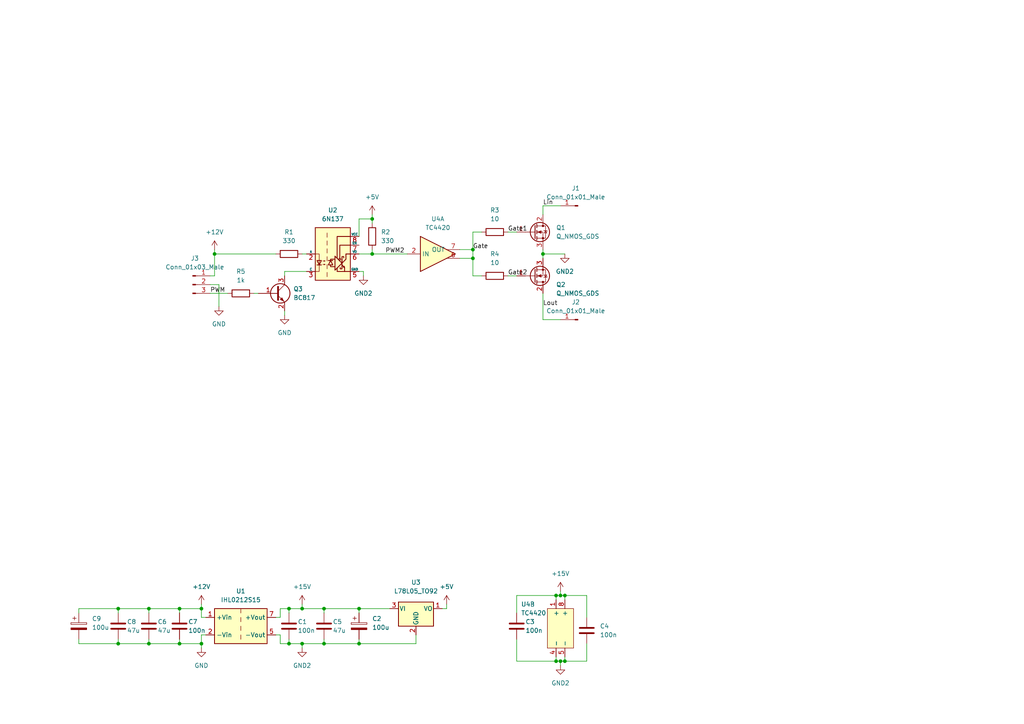
<source format=kicad_sch>
(kicad_sch (version 20211123) (generator eeschema)
  (paper "A4")
  (lib_symbols
    (symbol "Connector:Conn_01x01_Male" (pin_names (offset 1.016) hide)
      (property "Reference" "J" (at 0 2.54 0))
      (property "Value" "Conn_01x01_Male" (at 0 -2.54 0))
      (symbol "Conn_01x01_Male_1_1"
        (polyline (pts (xy 1.27 0) (xy 0.8636 0)) (stroke (width 0.1524)))
        (rectangle (start 0.8636 0.127) (end 0 -0.127) (stroke (width 0.1524)) (fill (type outline)))
        (pin passive line (at 5.08 0 180) (length 3.81) (name "Pin_1") (number "1"))
      )
    )
    (symbol "Connector:Conn_01x03_Male" (pin_names (offset 1.016) hide)
      (property "Reference" "J" (at 0 5.08 0))
      (property "Value" "Conn_01x03_Male" (at 0 -5.08 0))
      (symbol "Conn_01x03_Male_1_1"
        (polyline (pts (xy 1.27 -2.54) (xy 0.8636 -2.54)) (stroke (width 0.1524)))
        (polyline (pts (xy 1.27 0) (xy 0.8636 0)) (stroke (width 0.1524)))
        (polyline (pts (xy 1.27 2.54) (xy 0.8636 2.54)) (stroke (width 0.1524)))
        (rectangle (start 0.8636 -2.413) (end 0 -2.667) (stroke (width 0.1524)) (fill (type outline)))
        (rectangle (start 0.8636 0.127) (end 0 -0.127) (stroke (width 0.1524)) (fill (type outline)))
        (rectangle (start 0.8636 2.667) (end 0 2.413) (stroke (width 0.1524)) (fill (type outline)))
        (pin passive line (at 5.08 2.54 180) (length 3.81) (name "Pin_1") (number "1"))
        (pin passive line (at 5.08 0 180) (length 3.81) (name "Pin_2") (number "2"))
        (pin passive line (at 5.08 -2.54 180) (length 3.81) (name "Pin_3") (number "3"))
      )
    )
    (symbol "Converter_DCDC:IHL0212S15"
      (property "Reference" "U" (at 0 8.89 0))
      (property "Value" "IHL0212S15" (at 0 6.35 0))
      (symbol "IHL0212S15_0_0"
        (pin power_in line (at -10.16 2.54 0) (length 2.54) (name "+Vin") (number "1"))
        (pin power_in line (at -10.16 -2.54 0) (length 2.54) (name "-Vin") (number "2"))
        (pin power_out line (at 10.16 -2.54 180) (length 2.54) (name "-Vout") (number "5"))
        (pin power_out line (at 10.16 2.54 180) (length 2.54) (name "+Vout") (number "7"))
      )
      (symbol "IHL0212S15_0_1"
        (rectangle (start -7.62 5.08) (end 7.62 -5.08) (stroke (width 0.254)) (fill (type background)))
        (polyline (pts (xy 0 -2.54) (xy 0 -3.81)))
        (polyline (pts (xy 0 0) (xy 0 -1.27)))
        (polyline (pts (xy 0 2.54) (xy 0 1.27)))
        (polyline (pts (xy 0 5.08) (xy 0 3.81)))
      )
    )
    (symbol "Device:C" (pin_numbers hide) (pin_names (offset 0.254))
      (property "Reference" "C" (at 0.635 2.54 0))
      (property "Value" "C" (at 0.635 -2.54 0))
      (symbol "C_0_1"
        (polyline (pts (xy -2.032 -0.762) (xy 2.032 -0.762)) (stroke (width 0.508)))
        (polyline (pts (xy -2.032 0.762) (xy 2.032 0.762)) (stroke (width 0.508)))
      )
      (symbol "C_1_1"
        (pin passive line (at 0 3.81 270) (length 2.794) (name "~") (number "1"))
        (pin passive line (at 0 -3.81 90) (length 2.794) (name "~") (number "2"))
      )
    )
    (symbol "Device:C_Polarized" (pin_numbers hide) (pin_names (offset 0.254))
      (property "Reference" "C" (at 0.635 2.54 0))
      (property "Value" "C_Polarized" (at 0.635 -2.54 0))
      (symbol "C_Polarized_0_1"
        (rectangle (start -2.286 0.508) (end 2.286 1.016))
        (polyline (pts (xy -1.778 2.286) (xy -0.762 2.286)))
        (polyline (pts (xy -1.27 2.794) (xy -1.27 1.778)))
        (rectangle (start 2.286 -0.508) (end -2.286 -1.016) (fill (type outline)))
      )
      (symbol "C_Polarized_1_1"
        (pin passive line (at 0 3.81 270) (length 2.794) (name "~") (number "1"))
        (pin passive line (at 0 -3.81 90) (length 2.794) (name "~") (number "2"))
      )
    )
    (symbol "Device:Q_NMOS_GDS" (pin_names (offset 0) hide)
      (property "Reference" "Q" (at 5.08 1.27 0))
      (property "Value" "Q_NMOS_GDS" (at 5.08 -1.27 0))
      (symbol "Q_NMOS_GDS_0_1"
        (polyline (pts (xy 0.254 0) (xy -2.54 0)))
        (polyline (pts (xy 0.254 1.905) (xy 0.254 -1.905)) (stroke (width 0.254)))
        (polyline (pts (xy 0.762 -1.27) (xy 0.762 -2.286)) (stroke (width 0.254)))
        (polyline (pts (xy 0.762 0.508) (xy 0.762 -0.508)) (stroke (width 0.254)))
        (polyline (pts (xy 0.762 2.286) (xy 0.762 1.27)) (stroke (width 0.254)))
        (polyline (pts (xy 2.54 2.54) (xy 2.54 1.778)))
        (polyline (pts (xy 2.54 -2.54) (xy 2.54 0) (xy 0.762 0)))
        (polyline (pts (xy 0.762 -1.778) (xy 3.302 -1.778) (xy 3.302 1.778) (xy 0.762 1.778)))
        (polyline (pts (xy 1.016 0) (xy 2.032 0.381) (xy 2.032 -0.381) (xy 1.016 0)) (fill (type outline)))
        (polyline (pts (xy 2.794 0.508) (xy 2.921 0.381) (xy 3.683 0.381) (xy 3.81 0.254)))
        (polyline (pts (xy 3.302 0.381) (xy 2.921 -0.254) (xy 3.683 -0.254) (xy 3.302 0.381)))
        (circle (center 1.651 0) (radius 2.794) (stroke (width 0.254)))
        (circle (center 2.54 -1.778) (radius 0.254) (fill (type outline)))
        (circle (center 2.54 1.778) (radius 0.254) (fill (type outline)))
      )
      (symbol "Q_NMOS_GDS_1_1"
        (pin input line (at -5.08 0 0) (length 2.54) (name "G") (number "1"))
        (pin passive line (at 2.54 5.08 270) (length 2.54) (name "D") (number "2"))
        (pin passive line (at 2.54 -5.08 90) (length 2.54) (name "S") (number "3"))
      )
    )
    (symbol "Device:R" (pin_numbers hide) (pin_names (offset 0))
      (property "Reference" "R" (at 2.032 0 90))
      (property "Value" "R" (at 0 0 90))
      (symbol "R_0_1"
        (rectangle (start -1.016 -2.54) (end 1.016 2.54) (stroke (width 0.254)))
      )
      (symbol "R_1_1"
        (pin passive line (at 0 3.81 270) (length 1.27) (name "~") (number "1"))
        (pin passive line (at 0 -3.81 90) (length 1.27) (name "~") (number "2"))
      )
    )
    (symbol "Driver_FET:TC4420"
      (property "Reference" "U" (at 0 1.27 0))
      (property "Value" "TC4420" (at 0 -2.54 0))
      (symbol "TC4420_1_0"
        (polyline (pts (xy -2.54 5.08) (xy -2.54 -5.08) (xy 7.62 0) (xy -2.54 5.08)) (stroke (width 0.254)) (fill (type background)))
        (pin input line (at -6.35 0 0) (length 3.81) (name "IN") (number "2"))
        (pin output line (at 8.89 -1.27 180) (length 3.81) (name "~") (number "6"))
        (pin output line (at 8.89 1.27 180) (length 3.81) (name "OUT") (number "7"))
      )
      (symbol "TC4420_2_0"
        (pin power_in line (at -1.27 7.62 270) (length 2.5) (name "+") (number "1"))
        (pin power_in line (at -1.27 -8.89 90) (length 2.5) (name "-") (number "4"))
        (pin power_in line (at 1.27 -8.89 90) (length 2.5) (name "-") (number "5"))
        (pin power_in line (at 1.27 7.62 270) (length 2.5) (name "+") (number "8"))
      )
      (symbol "TC4420_2_1"
        (rectangle (start -3.81 5.08) (end 3.81 -6.35) (fill (type background)))
      )
    )
    (symbol "Isolator:6N137" (pin_names (offset 0))
      (property "Reference" "U" (at -4.064 8.89 0))
      (property "Value" "6N137" (at 0 -8.89 0))
      (symbol "6N137_0_1"
        (polyline (pts (xy 2.667 -3.556) (xy 2.667 -1.651)) (stroke (width 0.254)))
        (polyline (pts (xy 2.667 -2.159) (xy 2.667 -2.921)) (stroke (width 0.254)))
        (polyline (pts (xy 3.429 -3.937) (xy 3.429 -5.08)) (stroke (width 0.254)))
        (polyline (pts (xy -0.635 -3.302) (xy -0.635 -3.683) (xy 0.635 -3.683)) (stroke (width 0.254)))
        (polyline (pts (xy -0.635 -1.905) (xy -0.635 -1.524) (xy 0.508 -1.524)) (stroke (width 0.254)))
        (polyline (pts (xy 1.27 -4.064) (xy 1.27 -5.08) (xy 5.08 -5.08)) (stroke (width 0.254)))
        (polyline (pts (xy 1.27 -1.27) (xy 1.27 5.08) (xy 5.08 5.08)) (stroke (width 0.254)))
        (polyline (pts (xy 2.032 -1.27) (xy 2.032 2.54) (xy 5.08 2.54)) (stroke (width 0.254)))
        (polyline (pts (xy -5.08 -5.08) (xy -3.937 -5.08) (xy -3.937 0) (xy -5.08 0)))
        (polyline (pts (xy 2.667 -3.302) (xy 2.667 -4.318) (xy 2.159 -4.318) (xy 2.159 -3.937)) (stroke (width 0.254)))
        (polyline (pts (xy 2.667 -2.667) (xy 0.635 -4.699) (xy 0.635 -0.635) (xy 2.667 -2.667)) (stroke (width 0.254)))
        (polyline (pts (xy 2.667 -1.778) (xy 2.667 -0.762) (xy 3.175 -0.762) (xy 3.175 -1.143)) (stroke (width 0.254)))
        (polyline (pts (xy 2.794 -2.54) (xy 3.81 -1.524) (xy 3.81 0) (xy 5.08 0)) (stroke (width 0.254)))
        (polyline (pts (xy 2.667 -3.175) (xy 3.429 -3.937) (xy 3.302 -3.556) (xy 3.048 -3.81) (xy 3.429 -3.937)) (stroke (width 0.254)))
        (circle (center 2.032 -1.524) (radius 0.254) (stroke (width 0.254)))
      )
      (symbol "6N137_1_1"
        (rectangle (start -5.08 7.62) (end 5.08 -7.62) (stroke (width 0.254)) (fill (type background)))
        (polyline (pts (xy -4.572 -3.175) (xy -3.302 -3.175)) (stroke (width 0.254)))
        (polyline (pts (xy -1.651 -5.334) (xy -1.651 -6.604)))
        (polyline (pts (xy -1.651 -3.048) (xy -1.651 -4.318)))
        (polyline (pts (xy -1.651 -0.762) (xy -1.651 -2.032)))
        (polyline (pts (xy -1.651 1.524) (xy -1.651 0.254)))
        (polyline (pts (xy -1.651 3.81) (xy -1.651 2.54)))
        (polyline (pts (xy -1.651 6.096) (xy -1.651 4.826)))
        (polyline (pts (xy -1.27 -1.905) (xy 0 -1.905)) (stroke (width 0.254)))
        (polyline (pts (xy -3.937 -3.175) (xy -4.572 -1.905) (xy -3.302 -1.905) (xy -3.937 -3.175)) (stroke (width 0.254)))
        (polyline (pts (xy -0.635 -1.905) (xy -1.27 -3.175) (xy 0 -3.175) (xy -0.635 -1.905)) (stroke (width 0.254)))
        (polyline (pts (xy -2.921 -3.048) (xy -2.159 -3.048) (xy -2.54 -3.175) (xy -2.54 -2.921) (xy -2.159 -3.048)) (stroke (width 0.127)))
        (polyline (pts (xy -2.921 -2.032) (xy -2.159 -2.032) (xy -2.54 -2.159) (xy -2.54 -1.905) (xy -2.159 -2.032)) (stroke (width 0.127)))
        (pin no_connect line (at -5.08 5.08 0) (length 2.54) hide (name "NC") (number "1"))
        (pin passive line (at -7.62 0 0) (length 2.54) (name "A") (number "2"))
        (pin passive line (at -7.62 -5.08 0) (length 2.54) (name "C") (number "3"))
        (pin power_in line (at 7.62 -5.08 180) (length 2.54) (name "GND") (number "5"))
        (pin open_collector line (at 7.62 0 180) (length 2.54) (name "VO") (number "6"))
        (pin input line (at 7.62 2.54 180) (length 2.54) (name "EN") (number "7"))
        (pin power_in line (at 7.62 5.08 180) (length 2.54) (name "VCC") (number "8"))
      )
    )
    (symbol "Regulator_Linear:L78L05_TO92" (pin_names (offset 0.254))
      (property "Reference" "U" (at -3.81 3.175 0))
      (property "Value" "L78L05_TO92" (at 0 3.175 0))
      (symbol "L78L05_TO92_0_1"
        (rectangle (start -5.08 -5.08) (end 5.08 1.905) (stroke (width 0.254)) (fill (type background)))
      )
      (symbol "L78L05_TO92_1_1"
        (pin power_out line (at 7.62 0 180) (length 2.54) (name "VO") (number "1"))
        (pin power_in line (at 0 -7.62 90) (length 2.54) (name "GND") (number "2"))
        (pin power_in line (at -7.62 0 0) (length 2.54) (name "VI") (number "3"))
      )
    )
    (symbol "Transistor_BJT:BC817" (pin_names (offset 0) hide)
      (property "Reference" "Q" (at 5.08 1.905 0))
      (property "Value" "BC817" (at 5.08 0 0))
      (symbol "BC817_0_1"
        (polyline (pts (xy 0.635 0.635) (xy 2.54 2.54)))
        (polyline (pts (xy 0.635 -0.635) (xy 2.54 -2.54) (xy 2.54 -2.54)))
        (polyline (pts (xy 0.635 1.905) (xy 0.635 -1.905) (xy 0.635 -1.905)) (stroke (width 0.508)))
        (polyline (pts (xy 1.27 -1.778) (xy 1.778 -1.27) (xy 2.286 -2.286) (xy 1.27 -1.778) (xy 1.27 -1.778)) (fill (type outline)))
        (circle (center 1.27 0) (radius 2.8194) (stroke (width 0.254)))
      )
      (symbol "BC817_1_1"
        (pin input line (at -5.08 0 0) (length 5.715) (name "B") (number "1"))
        (pin passive line (at 2.54 -5.08 90) (length 2.54) (name "E") (number "2"))
        (pin passive line (at 2.54 5.08 270) (length 2.54) (name "C") (number "3"))
      )
    )
    (symbol "power:+12V" (power) (pin_names (offset 0))
      (property "Value" "+12V" (at 0 3.556 0))
      (symbol "+12V_0_1"
        (polyline (pts (xy -0.762 1.27) (xy 0 2.54)))
        (polyline (pts (xy 0 0) (xy 0 2.54)))
        (polyline (pts (xy 0 2.54) (xy 0.762 1.27)))
      )
      (symbol "+12V_1_1"
        (pin power_in line (at 0 0 90) (length 0) hide (name "+12V") (number "1"))
      )
    )
    (symbol "power:+15V" (power) (pin_names (offset 0))
      (property "Value" "+15V" (at 0 3.556 0))
      (symbol "+15V_0_1"
        (polyline (pts (xy -0.762 1.27) (xy 0 2.54)))
        (polyline (pts (xy 0 0) (xy 0 2.54)))
        (polyline (pts (xy 0 2.54) (xy 0.762 1.27)))
      )
      (symbol "+15V_1_1"
        (pin power_in line (at 0 0 90) (length 0) hide (name "+15V") (number "1"))
      )
    )
    (symbol "power:+5V" (power) (pin_names (offset 0))
      (property "Value" "+5V" (at 0 3.556 0))
      (symbol "+5V_0_1"
        (polyline (pts (xy -0.762 1.27) (xy 0 2.54)))
        (polyline (pts (xy 0 0) (xy 0 2.54)))
        (polyline (pts (xy 0 2.54) (xy 0.762 1.27)))
      )
      (symbol "+5V_1_1"
        (pin power_in line (at 0 0 90) (length 0) hide (name "+5V") (number "1"))
      )
    )
    (symbol "power:GND" (power) (pin_names (offset 0))
      (property "Value" "GND" (at 0 -3.81 0))
      (symbol "GND_0_1"
        (polyline (pts (xy 0 0) (xy 0 -1.27) (xy 1.27 -1.27) (xy 0 -2.54) (xy -1.27 -1.27) (xy 0 -1.27)))
      )
      (symbol "GND_1_1"
        (pin power_in line (at 0 0 270) (length 0) hide (name "GND") (number "1"))
      )
    )
    (symbol "power:GND2" (power) (pin_names (offset 0))
      (property "Value" "GND2" (at 0 -3.81 0))
      (symbol "GND2_0_1"
        (polyline (pts (xy 0 0) (xy 0 -1.27) (xy 1.27 -1.27) (xy 0 -2.54) (xy -1.27 -1.27) (xy 0 -1.27)))
      )
      (symbol "GND2_1_1"
        (pin power_in line (at 0 0 270) (length 0) hide (name "GND2") (number "1"))
      )
    )
  )
  (junction (at 83.82 186.69))
  (junction (at 87.63 176.53))
  (junction (at 161.29 172.72))
  (junction (at 87.63 186.69))
  (junction (at 161.29 191.77))
  (junction (at 137.16 74.93))
  (junction (at 104.14 176.53))
  (junction (at 43.18 186.69))
  (junction (at 157.48 73.66))
  (junction (at 162.56 191.77))
  (junction (at 43.18 176.53))
  (junction (at 34.29 186.69))
  (junction (at 107.95 63.5))
  (junction (at 93.98 186.69))
  (junction (at 58.42 186.69))
  (junction (at 137.16 72.39))
  (junction (at 163.83 191.77))
  (junction (at 93.98 176.53))
  (junction (at 107.95 73.66))
  (junction (at 162.56 172.72))
  (junction (at 83.82 176.53))
  (junction (at 52.07 186.69))
  (junction (at 58.42 176.53))
  (junction (at 52.07 176.53))
  (junction (at 34.29 176.53))
  (junction (at 62.23 73.66))
  (junction (at 163.83 172.72))
  (junction (at 104.14 186.69))
  (wire (pts (xy 62.23 72.39) (xy 62.23 73.66)))
  (wire (pts (xy 120.65 186.69) (xy 120.65 184.15)))
  (wire (pts (xy 162.56 191.77) (xy 163.83 191.77)))
  (wire (pts (xy 63.5 82.55) (xy 63.5 88.9)))
  (wire (pts (xy 105.41 78.74) (xy 105.41 80.01)))
  (wire (pts (xy 52.07 186.69) (xy 52.07 185.42)))
  (wire (pts (xy 149.86 185.42) (xy 149.86 191.77)))
  (wire (pts (xy 58.42 179.07) (xy 59.69 179.07)))
  (wire (pts (xy 87.63 186.69) (xy 87.63 187.96)))
  (wire (pts (xy 170.18 179.07) (xy 170.18 172.72)))
  (wire (pts (xy 58.42 184.15) (xy 59.69 184.15)))
  (wire (pts (xy 157.48 59.69) (xy 157.48 62.23)))
  (wire (pts (xy 161.29 172.72) (xy 161.29 173.99)))
  (wire (pts (xy 133.35 72.39) (xy 137.16 72.39)))
  (wire (pts (xy 104.14 63.5) (xy 107.95 63.5)))
  (wire (pts (xy 93.98 185.42) (xy 93.98 186.69)))
  (wire (pts (xy 162.56 171.45) (xy 162.56 172.72)))
  (wire (pts (xy 87.63 175.26) (xy 87.63 176.53)))
  (wire (pts (xy 157.48 73.66) (xy 163.83 73.66)))
  (wire (pts (xy 80.01 184.15) (xy 81.28 184.15)))
  (wire (pts (xy 157.48 72.39) (xy 157.48 73.66)))
  (wire (pts (xy 22.86 185.42) (xy 22.86 186.69)))
  (wire (pts (xy 58.42 175.26) (xy 58.42 176.53)))
  (wire (pts (xy 52.07 177.8) (xy 52.07 176.53)))
  (wire (pts (xy 170.18 191.77) (xy 170.18 186.69)))
  (wire (pts (xy 137.16 67.31) (xy 137.16 72.39)))
  (wire (pts (xy 43.18 186.69) (xy 52.07 186.69)))
  (wire (pts (xy 163.83 172.72) (xy 163.83 173.99)))
  (wire (pts (xy 81.28 176.53) (xy 83.82 176.53)))
  (wire (pts (xy 83.82 186.69) (xy 87.63 186.69)))
  (wire (pts (xy 83.82 176.53) (xy 83.82 177.8)))
  (wire (pts (xy 161.29 172.72) (xy 149.86 172.72)))
  (wire (pts (xy 157.48 85.09) (xy 157.48 92.71)))
  (wire (pts (xy 149.86 172.72) (xy 149.86 177.8)))
  (wire (pts (xy 81.28 184.15) (xy 81.28 186.69)))
  (wire (pts (xy 34.29 176.53) (xy 43.18 176.53)))
  (wire (pts (xy 139.7 67.31) (xy 137.16 67.31)))
  (wire (pts (xy 104.14 78.74) (xy 105.41 78.74)))
  (wire (pts (xy 83.82 185.42) (xy 83.82 186.69)))
  (wire (pts (xy 34.29 176.53) (xy 34.29 177.8)))
  (wire (pts (xy 87.63 176.53) (xy 93.98 176.53)))
  (wire (pts (xy 82.55 78.74) (xy 88.9 78.74)))
  (wire (pts (xy 137.16 80.01) (xy 139.7 80.01)))
  (wire (pts (xy 162.56 172.72) (xy 161.29 172.72)))
  (wire (pts (xy 163.83 191.77) (xy 163.83 190.5)))
  (wire (pts (xy 62.23 73.66) (xy 80.01 73.66)))
  (wire (pts (xy 34.29 186.69) (xy 34.29 185.42)))
  (wire (pts (xy 162.56 191.77) (xy 162.56 193.04)))
  (wire (pts (xy 82.55 78.74) (xy 82.55 80.01)))
  (wire (pts (xy 81.28 179.07) (xy 81.28 176.53)))
  (wire (pts (xy 157.48 59.69) (xy 162.56 59.69)))
  (wire (pts (xy 107.95 63.5) (xy 107.95 64.77)))
  (wire (pts (xy 82.55 90.17) (xy 82.55 91.44)))
  (wire (pts (xy 22.86 186.69) (xy 34.29 186.69)))
  (wire (pts (xy 93.98 186.69) (xy 104.14 186.69)))
  (wire (pts (xy 137.16 74.93) (xy 137.16 80.01)))
  (wire (pts (xy 58.42 187.96) (xy 58.42 186.69)))
  (wire (pts (xy 149.86 191.77) (xy 161.29 191.77)))
  (wire (pts (xy 60.96 85.09) (xy 66.04 85.09)))
  (wire (pts (xy 107.95 62.23) (xy 107.95 63.5)))
  (wire (pts (xy 163.83 172.72) (xy 162.56 172.72)))
  (wire (pts (xy 104.14 185.42) (xy 104.14 186.69)))
  (wire (pts (xy 147.32 80.01) (xy 149.86 80.01)))
  (wire (pts (xy 60.96 80.01) (xy 62.23 80.01)))
  (wire (pts (xy 137.16 72.39) (xy 137.16 74.93)))
  (wire (pts (xy 52.07 186.69) (xy 58.42 186.69)))
  (wire (pts (xy 83.82 176.53) (xy 87.63 176.53)))
  (wire (pts (xy 52.07 176.53) (xy 58.42 176.53)))
  (wire (pts (xy 157.48 73.66) (xy 157.48 74.93)))
  (wire (pts (xy 149.86 67.31) (xy 147.32 67.31)))
  (wire (pts (xy 161.29 191.77) (xy 162.56 191.77)))
  (wire (pts (xy 128.27 176.53) (xy 129.54 176.53)))
  (wire (pts (xy 161.29 191.77) (xy 161.29 190.5)))
  (wire (pts (xy 104.14 186.69) (xy 120.65 186.69)))
  (wire (pts (xy 43.18 176.53) (xy 52.07 176.53)))
  (wire (pts (xy 22.86 176.53) (xy 34.29 176.53)))
  (wire (pts (xy 58.42 184.15) (xy 58.42 186.69)))
  (wire (pts (xy 58.42 176.53) (xy 58.42 179.07)))
  (wire (pts (xy 170.18 172.72) (xy 163.83 172.72)))
  (wire (pts (xy 162.56 92.71) (xy 157.48 92.71)))
  (wire (pts (xy 73.66 85.09) (xy 74.93 85.09)))
  (wire (pts (xy 43.18 177.8) (xy 43.18 176.53)))
  (wire (pts (xy 62.23 73.66) (xy 62.23 80.01)))
  (wire (pts (xy 43.18 185.42) (xy 43.18 186.69)))
  (wire (pts (xy 107.95 73.66) (xy 118.11 73.66)))
  (wire (pts (xy 43.18 186.69) (xy 34.29 186.69)))
  (wire (pts (xy 163.83 191.77) (xy 170.18 191.77)))
  (wire (pts (xy 93.98 176.53) (xy 104.14 176.53)))
  (wire (pts (xy 93.98 176.53) (xy 93.98 177.8)))
  (wire (pts (xy 87.63 73.66) (xy 88.9 73.66)))
  (wire (pts (xy 104.14 73.66) (xy 107.95 73.66)))
  (wire (pts (xy 129.54 176.53) (xy 129.54 175.26)))
  (wire (pts (xy 22.86 177.8) (xy 22.86 176.53)))
  (wire (pts (xy 104.14 68.58) (xy 104.14 63.5)))
  (wire (pts (xy 104.14 176.53) (xy 113.03 176.53)))
  (wire (pts (xy 107.95 73.66) (xy 107.95 72.39)))
  (wire (pts (xy 87.63 186.69) (xy 93.98 186.69)))
  (wire (pts (xy 133.35 74.93) (xy 137.16 74.93)))
  (wire (pts (xy 104.14 176.53) (xy 104.14 177.8)))
  (wire (pts (xy 63.5 82.55) (xy 60.96 82.55)))
  (wire (pts (xy 81.28 186.69) (xy 83.82 186.69)))
  (wire (pts (xy 80.01 179.07) (xy 81.28 179.07)))
  (label "Gate2" (at 147.32 80.01 0))
  (label "Gate" (at 137.16 72.39 0))
  (label "Lin" (at 157.48 59.69 0))
  (label "Gate1" (at 147.32 67.31 0))
  (label "Lout" (at 157.48 88.9 0))
  (label "PWM2" (at 111.76 73.66 0))
  (label "PWM" (at 60.96 85.09 0))
  (symbol (lib_id "Device:Q_NMOS_GDS") (at 154.94 67.31 0) (unit 1)
    (property "Reference" "Q1" (at 161.29 66.0399 0) (effects (justify left)))
    (property "Value" "Q_NMOS_GDS" (at 161.29 68.5799 0) (effects (justify left)))
    (property "Footprint" "Package_TO_SOT_THT:TO-220F-3_Vertical" (effects hide))
  )
  (symbol (lib_id "Connector:Conn_01x01_Male") (at 167.64 59.69 180) (unit 1)
    (property "Reference" "J1" (at 167.005 54.61 0))
    (property "Value" "Conn_01x01_Male" (at 167.005 57.15 0))
    (property "Footprint" "TerminalBlock:Spade-Terminal" (effects hide))
  )
  (symbol (lib_id "Converter_DCDC:IHL0212S15") (at 69.85 181.61 0) (unit 1)
    (property "Reference" "U1" (at 69.85 171.45 0))
    (property "Value" "IHL0212S15" (at 69.85 173.99 0))
    (property "Footprint" "Converter_DCDC:IHL-Series" (effects hide))
  )
  (symbol (lib_id "Device:C") (at 149.86 181.61 0) (unit 1)
    (property "Reference" "C3" (at 152.4 180.34 0) (effects (justify left)))
    (property "Value" "100n" (at 152.4 182.88 0) (effects (justify left)))
  )
  (symbol (lib_id "power:GND") (at 58.42 187.96 0) (unit 1)
    (property "Reference" "#PWR0109" (effects hide))
    (property "Value" "GND" (at 58.42 193.04 0))
  )
  (symbol (lib_id "Device:R") (at 83.82 73.66 90) (unit 1)
    (property "Reference" "R1" (at 83.82 67.31 90))
    (property "Value" "330" (at 83.82 69.85 90))
    (property "Footprint" "Resistor_THT:R_Axial_DIN0207_L6.3mm_D2.5mm_P7.62mm_Horizontal" (effects hide))
  )
  (symbol (lib_id "power:GND") (at 63.5 88.9 0) (unit 1)
    (property "Reference" "#PWR0114" (effects hide))
    (property "Value" "GND" (at 63.5 93.98 0))
  )
  (symbol (lib_id "Device:C") (at 34.29 181.61 0) (unit 1)
    (property "Reference" "C8" (at 36.83 180.34 0) (effects (justify left)))
    (property "Value" "47u" (at 36.83 182.88 0) (effects (justify left)))
    (property "Footprint" "Capacitor_SMD:C_1206_3216Metric_Pad1.33x1.80mm_HandSolder" (effects hide))
  )
  (symbol (lib_id "power:GND") (at 82.55 91.44 0) (unit 1)
    (property "Reference" "#PWR0113" (effects hide))
    (property "Value" "GND" (at 82.55 96.52 0))
  )
  (symbol (lib_id "Connector:Conn_01x01_Male") (at 167.64 92.71 180) (unit 1)
    (property "Reference" "J2" (at 167.005 87.63 0))
    (property "Value" "Conn_01x01_Male" (at 167.005 90.17 0))
    (property "Footprint" "TerminalBlock:Spade-Terminal" (effects hide))
  )
  (symbol (lib_id "power:GND2") (at 105.41 80.01 0) (unit 1)
    (property "Reference" "#PWR0101" (effects hide))
    (property "Value" "GND2" (at 105.41 85.09 0))
  )
  (symbol (lib_id "Isolator:6N137") (at 96.52 73.66 0) (unit 1)
    (property "Reference" "U2" (at 96.52 60.96 0))
    (property "Value" "6N137" (at 96.52 63.5 0))
    (property "Footprint" "Package_DIP:DIP-8_W7.62mm_LongPads" (effects hide))
    (property "Datasheet" "https://docs.broadcom.com/docs/AV02-0940EN" (effects hide))
  )
  (symbol (lib_id "Device:R") (at 143.51 80.01 90) (unit 1)
    (property "Reference" "R4" (at 143.51 73.66 90))
    (property "Value" "10" (at 143.51 76.2 90))
    (property "Footprint" "Resistor_SMD:R_1206_3216Metric_Pad1.30x1.75mm_HandSolder" (effects hide))
  )
  (symbol (lib_id "Device:Q_NMOS_GDS") (at 154.94 80.01 0) (mirror x) (unit 1)
    (property "Reference" "Q2" (at 161.29 82.55 0) (effects (justify left)))
    (property "Value" "Q_NMOS_GDS" (at 161.29 85.09 0) (effects (justify left)))
    (property "Footprint" "Package_TO_SOT_THT:TO-220F-3_Vertical" (effects hide))
  )
  (symbol (lib_id "power:+15V") (at 162.56 171.45 0) (unit 1)
    (property "Reference" "#PWR0106" (effects hide))
    (property "Value" "+15V" (at 162.56 166.37 0))
  )
  (symbol (lib_id "power:+5V") (at 107.95 62.23 0) (unit 1)
    (property "Reference" "#PWR0104" (effects hide))
    (property "Value" "+5V" (at 107.95 57.15 0))
  )
  (symbol (lib_id "Device:C") (at 170.18 182.88 0) (unit 1)
    (property "Reference" "C4" (at 173.99 181.6099 0) (effects (justify left)))
    (property "Value" "100n" (at 173.99 184.1499 0) (effects (justify left)))
  )
  (symbol (lib_id "Regulator_Linear:L78L05_TO92") (at 120.65 176.53 0) (unit 1)
    (property "Reference" "U3" (at 120.65 168.91 0))
    (property "Value" "L78L05_TO92" (at 120.65 171.45 0))
    (property "Footprint" "Package_TO_SOT_THT:TO-92_Inline_Wide" (effects hide))
    (property "Datasheet" "http://www.st.com/content/ccc/resource/technical/document/datasheet/15/55/e5/aa/23/5b/43/fd/CD00000446.pdf/files/CD00000446.pdf/jcr:content/translations/en.CD00000446.pdf" (effects hide))
  )
  (symbol (lib_id "Device:C") (at 93.98 181.61 0) (unit 1)
    (property "Reference" "C5" (at 96.52 180.34 0) (effects (justify left)))
    (property "Value" "47u" (at 96.52 182.88 0) (effects (justify left)))
    (property "Footprint" "Capacitor_SMD:C_1206_3216Metric_Pad1.33x1.80mm_HandSolder" (effects hide))
  )
  (symbol (lib_id "Device:R") (at 69.85 85.09 90) (unit 1)
    (property "Reference" "R5" (at 69.85 78.74 90))
    (property "Value" "1k" (at 69.85 81.28 90))
    (property "Footprint" "Resistor_SMD:R_1206_3216Metric_Pad1.30x1.75mm_HandSolder" (effects hide))
  )
  (symbol (lib_id "power:+15V") (at 87.63 175.26 0) (unit 1)
    (property "Reference" "#PWR0107" (effects hide))
    (property "Value" "+15V" (at 87.63 170.18 0))
  )
  (symbol (lib_id "power:+12V") (at 62.23 72.39 0) (unit 1)
    (property "Reference" "#PWR0112" (effects hide))
    (property "Value" "+12V" (at 62.23 67.31 0))
  )
  (symbol (lib_id "Device:C") (at 43.18 181.61 0) (unit 1)
    (property "Reference" "C6" (at 45.72 180.34 0) (effects (justify left)))
    (property "Value" "47u" (at 45.72 182.88 0) (effects (justify left)))
    (property "Footprint" "Capacitor_SMD:C_1206_3216Metric_Pad1.33x1.80mm_HandSolder" (effects hide))
  )
  (symbol (lib_id "Device:C_Polarized") (at 104.14 181.61 0) (unit 1)
    (property "Reference" "C2" (at 107.95 179.4509 0) (effects (justify left)))
    (property "Value" "100u" (at 107.95 181.9909 0) (effects (justify left)))
    (property "Footprint" "Capacitor_THT:CP_Radial_D10.0mm_P5.00mm" (effects hide))
  )
  (symbol (lib_id "power:GND2") (at 163.83 73.66 0) (unit 1)
    (property "Reference" "#PWR0103" (effects hide))
    (property "Value" "GND2" (at 163.83 78.74 0))
  )
  (symbol (lib_id "power:+12V") (at 58.42 175.26 0) (unit 1)
    (property "Reference" "#PWR0108" (effects hide))
    (property "Value" "+12V" (at 58.42 170.18 0))
  )
  (symbol (lib_id "Driver_FET:TC4420") (at 162.56 181.61 0) (unit 2)
    (property "Reference" "U4" (at 151.13 175.26 0) (effects (justify left)))
    (property "Value" "TC4420" (at 151.13 177.8 0) (effects (justify left)))
    (property "Footprint" "Package_DIP:DIP-8_W7.62mm_LongPads" (effects hide))
  )
  (symbol (lib_id "Device:R") (at 143.51 67.31 90) (unit 1)
    (property "Reference" "R3" (at 143.51 60.96 90))
    (property "Value" "10" (at 143.51 63.5 90))
    (property "Footprint" "Resistor_SMD:R_1206_3216Metric_Pad1.30x1.75mm_HandSolder" (effects hide))
  )
  (symbol (lib_id "power:GND2") (at 162.56 193.04 0) (unit 1)
    (property "Reference" "#PWR0105" (effects hide))
    (property "Value" "GND2" (at 162.56 198.12 0))
  )
  (symbol (lib_id "Driver_FET:TC4420") (at 124.46 73.66 0) (unit 1)
    (property "Reference" "U4" (at 127 63.5 0))
    (property "Value" "TC4420" (at 127 66.04 0))
    (property "Footprint" "Package_DIP:DIP-8_W7.62mm_LongPads" (effects hide))
  )
  (symbol (lib_id "Transistor_BJT:BC817") (at 80.01 85.09 0) (unit 1)
    (property "Reference" "Q3" (at 85.09 83.8199 0) (effects (justify left)))
    (property "Value" "BC817" (at 85.09 86.3599 0) (effects (justify left)))
    (property "Footprint" "Package_TO_SOT_SMD:SOT-23" (effects hide))
    (property "Datasheet" "https://www.onsemi.com/pub/Collateral/BC818-D.pdf" (effects hide))
  )
  (symbol (lib_id "power:+5V") (at 129.54 175.26 0) (unit 1)
    (property "Reference" "#PWR0111" (effects hide))
    (property "Value" "+5V" (at 129.54 170.18 0))
  )
  (symbol (lib_id "Connector:Conn_01x03_Male") (at 55.88 82.55 0) (unit 1)
    (property "Reference" "J3" (at 56.515 74.93 0))
    (property "Value" "Conn_01x03_Male" (at 56.515 77.47 0))
    (property "Footprint" "Connector_PinHeader_2.54mm:PinHeader_1x03_P2.54mm_Vertical" (effects hide))
  )
  (symbol (lib_id "Device:R") (at 107.95 68.58 0) (unit 1)
    (property "Reference" "R2" (at 110.49 67.3099 0) (effects (justify left)))
    (property "Value" "330" (at 110.49 69.8499 0) (effects (justify left)))
    (property "Footprint" "Resistor_SMD:R_1206_3216Metric_Pad1.30x1.75mm_HandSolder" (effects hide))
  )
  (symbol (lib_id "power:GND2") (at 87.63 187.96 0) (unit 1)
    (property "Reference" "#PWR0110" (effects hide))
    (property "Value" "GND2" (at 87.63 193.04 0))
  )
  (symbol (lib_id "Device:C_Polarized") (at 22.86 181.61 0) (unit 1)
    (property "Reference" "C9" (at 26.67 179.4509 0) (effects (justify left)))
    (property "Value" "100u" (at 26.67 181.9909 0) (effects (justify left)))
    (property "Footprint" "Capacitor_THT:CP_Radial_D10.0mm_P5.00mm" (effects hide))
  )
  (symbol (lib_id "Device:C") (at 52.07 181.61 0) (unit 1)
    (property "Reference" "C7" (at 54.61 180.34 0) (effects (justify left)))
    (property "Value" "100n" (at 54.61 182.88 0) (effects (justify left)))
    (property "Footprint" "Capacitor_SMD:C_0603_1608Metric_Pad1.08x0.95mm_HandSolder" (effects hide))
  )
  (symbol (lib_id "Device:C") (at 83.82 181.61 0) (unit 1)
    (property "Reference" "C1" (at 86.36 180.34 0) (effects (justify left)))
    (property "Value" "100n" (at 86.36 182.88 0) (effects (justify left)))
    (property "Footprint" "Capacitor_SMD:C_0603_1608Metric_Pad1.08x0.95mm_HandSolder" (effects hide))
  )
)
</source>
